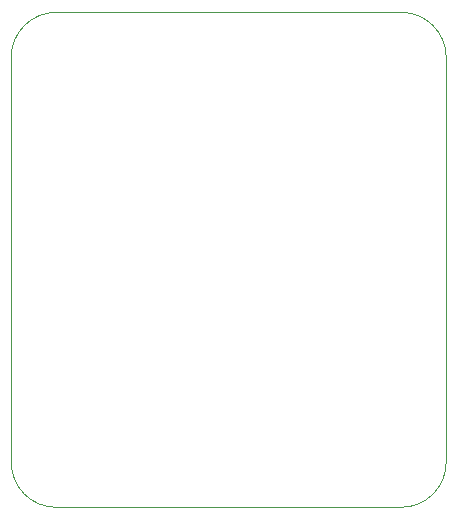
<source format=gbr>
G04 #@! TF.GenerationSoftware,KiCad,Pcbnew,(5.1.7)-1*
G04 #@! TF.CreationDate,2020-12-07T09:39:21+09:00*
G04 #@! TF.ProjectId,pisces_support_plate,70697363-6573-45f7-9375-70706f72745f,rev?*
G04 #@! TF.SameCoordinates,Original*
G04 #@! TF.FileFunction,Profile,NP*
%FSLAX46Y46*%
G04 Gerber Fmt 4.6, Leading zero omitted, Abs format (unit mm)*
G04 Created by KiCad (PCBNEW (5.1.7)-1) date 2020-12-07 09:39:21*
%MOMM*%
%LPD*%
G01*
G04 APERTURE LIST*
G04 #@! TA.AperFunction,Profile*
%ADD10C,0.050000*%
G04 #@! TD*
G04 APERTURE END LIST*
D10*
X156210000Y-38100000D02*
G75*
G02*
X160020000Y-34290000I3810000J0D01*
G01*
X189230000Y-34290000D02*
G75*
G02*
X193040000Y-38100000I0J-3810000D01*
G01*
X193040000Y-72390000D02*
G75*
G02*
X189230000Y-76200000I-3810000J0D01*
G01*
X160020000Y-76200000D02*
G75*
G02*
X156210000Y-72390000I0J3810000D01*
G01*
X189230000Y-34290000D02*
X160020000Y-34290000D01*
X193040000Y-72390000D02*
X193040000Y-38100000D01*
X160020000Y-76200000D02*
X189230000Y-76200000D01*
X156210000Y-38100000D02*
X156210000Y-72390000D01*
M02*

</source>
